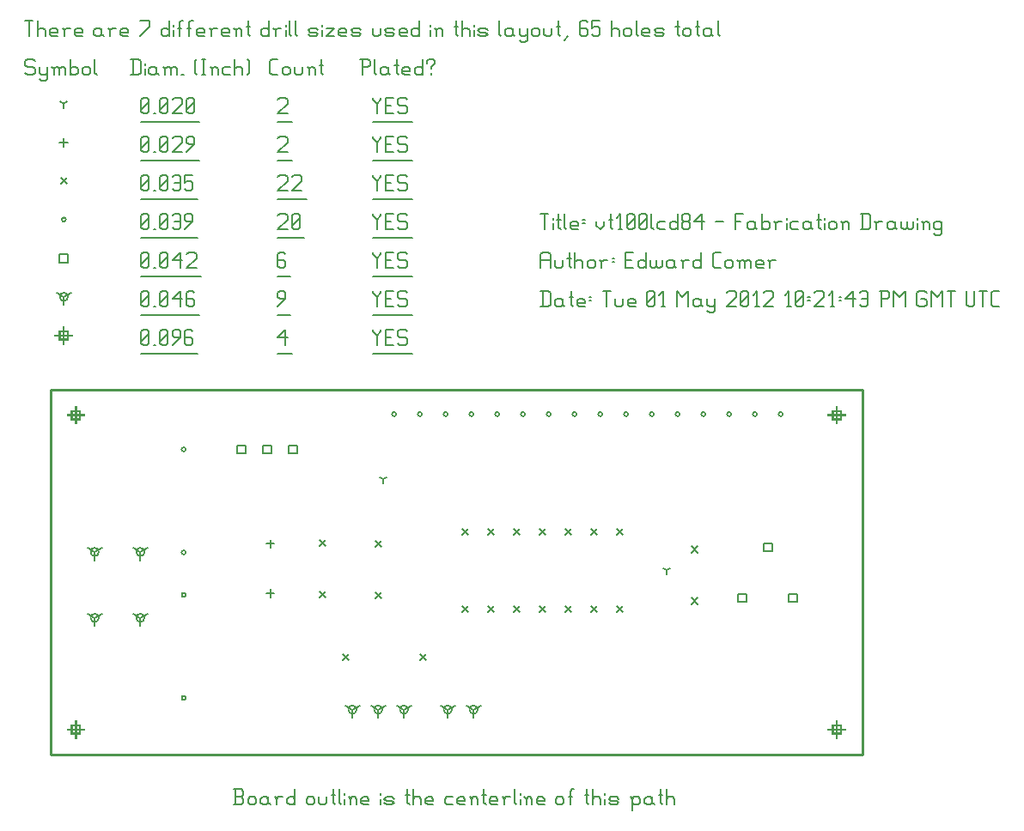
<source format=gbr>
G04 start of page 11 for group -3984 idx -3984 *
G04 Title: vt100lcd84, fab *
G04 Creator: pcb 20091103 *
G04 CreationDate: Tue 01 May 2012 10:21:43 PM GMT UTC *
G04 For: ecomer *
G04 Format: Gerber/RS-274X *
G04 PCB-Dimensions: 334646 161417 *
G04 PCB-Coordinate-Origin: lower left *
%MOIN*%
%FSLAX25Y25*%
%LNFAB*%
%ADD12C,0.0100*%
%ADD46R,0.0080X0.0080*%
%ADD47C,0.0060*%
G54D46*X314961Y22885D02*Y16485D01*
X311761Y19685D02*X318161D01*
X313361Y21285D02*X316561D01*
X313361D02*Y18085D01*
X316561D01*
Y21285D02*Y18085D01*
X314961Y144932D02*Y138532D01*
X311761Y141732D02*X318161D01*
X313361Y143332D02*X316561D01*
X313361D02*Y140132D01*
X316561D01*
Y143332D02*Y140132D01*
X19685Y144932D02*Y138532D01*
X16485Y141732D02*X22885D01*
X18085Y143332D02*X21285D01*
X18085D02*Y140132D01*
X21285D01*
Y143332D02*Y140132D01*
X19685Y22885D02*Y16485D01*
X16485Y19685D02*X22885D01*
X18085Y21285D02*X21285D01*
X18085D02*Y18085D01*
X21285D01*
Y21285D02*Y18085D01*
X15000Y175867D02*Y169467D01*
X11800Y172667D02*X18200D01*
X13400Y174267D02*X16600D01*
X13400D02*Y171067D01*
X16600D01*
Y174267D02*Y171067D01*
G54D47*X135000Y174917D02*Y174167D01*
X136500Y172667D01*
X138000Y174167D01*
Y174917D02*Y174167D01*
X136500Y172667D02*Y168917D01*
X139801Y171917D02*X142051D01*
X139801Y168917D02*X142801D01*
X139801Y174917D02*Y168917D01*
Y174917D02*X142801D01*
X147603D02*X148353Y174167D01*
X145353Y174917D02*X147603D01*
X144603Y174167D02*X145353Y174917D01*
X144603Y174167D02*Y172667D01*
X145353Y171917D01*
X147603D01*
X148353Y171167D01*
Y169667D01*
X147603Y168917D02*X148353Y169667D01*
X145353Y168917D02*X147603D01*
X144603Y169667D02*X145353Y168917D01*
X135000Y165666D02*X150154D01*
X98000Y171917D02*X101000Y174917D01*
X98000Y171917D02*X101750D01*
X101000Y174917D02*Y168917D01*
X98000Y165666D02*X103551D01*
X45000Y169667D02*X45750Y168917D01*
X45000Y174167D02*Y169667D01*
Y174167D02*X45750Y174917D01*
X47250D01*
X48000Y174167D01*
Y169667D01*
X47250Y168917D02*X48000Y169667D01*
X45750Y168917D02*X47250D01*
X45000Y170417D02*X48000Y173417D01*
X49801Y168917D02*X50551D01*
X52353Y169667D02*X53103Y168917D01*
X52353Y174167D02*Y169667D01*
Y174167D02*X53103Y174917D01*
X54603D01*
X55353Y174167D01*
Y169667D01*
X54603Y168917D02*X55353Y169667D01*
X53103Y168917D02*X54603D01*
X52353Y170417D02*X55353Y173417D01*
X57154Y168917D02*X60154Y171917D01*
Y174167D02*Y171917D01*
X59404Y174917D02*X60154Y174167D01*
X57904Y174917D02*X59404D01*
X57154Y174167D02*X57904Y174917D01*
X57154Y174167D02*Y172667D01*
X57904Y171917D01*
X60154D01*
X64206Y174917D02*X64956Y174167D01*
X62706Y174917D02*X64206D01*
X61956Y174167D02*X62706Y174917D01*
X61956Y174167D02*Y169667D01*
X62706Y168917D01*
X64206Y171917D02*X64956Y171167D01*
X61956Y171917D02*X64206D01*
X62706Y168917D02*X64206D01*
X64956Y169667D01*
Y171167D02*Y169667D01*
X45000Y165666D02*X66757D01*
X127000Y27417D02*Y24217D01*
Y27417D02*X129773Y29017D01*
X127000Y27417D02*X124227Y29017D01*
X125400Y27417D02*G75*G03X128600Y27417I1600J0D01*G01*
G75*G03X125400Y27417I-1600J0D01*G01*
X137000D02*Y24217D01*
Y27417D02*X139773Y29017D01*
X137000Y27417D02*X134227Y29017D01*
X135400Y27417D02*G75*G03X138600Y27417I1600J0D01*G01*
G75*G03X135400Y27417I-1600J0D01*G01*
X147000D02*Y24217D01*
Y27417D02*X149773Y29017D01*
X147000Y27417D02*X144227Y29017D01*
X145400Y27417D02*G75*G03X148600Y27417I1600J0D01*G01*
G75*G03X145400Y27417I-1600J0D01*G01*
X164000D02*Y24217D01*
Y27417D02*X166773Y29017D01*
X164000Y27417D02*X161227Y29017D01*
X162400Y27417D02*G75*G03X165600Y27417I1600J0D01*G01*
G75*G03X162400Y27417I-1600J0D01*G01*
X174000D02*Y24217D01*
Y27417D02*X176773Y29017D01*
X174000Y27417D02*X171227Y29017D01*
X172400Y27417D02*G75*G03X175600Y27417I1600J0D01*G01*
G75*G03X172400Y27417I-1600J0D01*G01*
X44692Y88622D02*Y85422D01*
Y88622D02*X47465Y90222D01*
X44692Y88622D02*X41919Y90222D01*
X43092Y88622D02*G75*G03X46292Y88622I1600J0D01*G01*
G75*G03X43092Y88622I-1600J0D01*G01*
X44692Y63032D02*Y59832D01*
Y63032D02*X47465Y64632D01*
X44692Y63032D02*X41919Y64632D01*
X43092Y63032D02*G75*G03X46292Y63032I1600J0D01*G01*
G75*G03X43092Y63032I-1600J0D01*G01*
X26976Y88622D02*Y85422D01*
Y88622D02*X29749Y90222D01*
X26976Y88622D02*X24203Y90222D01*
X25376Y88622D02*G75*G03X28576Y88622I1600J0D01*G01*
G75*G03X25376Y88622I-1600J0D01*G01*
X26976Y63032D02*Y59832D01*
Y63032D02*X29749Y64632D01*
X26976Y63032D02*X24203Y64632D01*
X25376Y63032D02*G75*G03X28576Y63032I1600J0D01*G01*
G75*G03X25376Y63032I-1600J0D01*G01*
X15000Y187667D02*Y184467D01*
Y187667D02*X17773Y189267D01*
X15000Y187667D02*X12227Y189267D01*
X13400Y187667D02*G75*G03X16600Y187667I1600J0D01*G01*
G75*G03X13400Y187667I-1600J0D01*G01*
X135000Y189917D02*Y189167D01*
X136500Y187667D01*
X138000Y189167D01*
Y189917D02*Y189167D01*
X136500Y187667D02*Y183917D01*
X139801Y186917D02*X142051D01*
X139801Y183917D02*X142801D01*
X139801Y189917D02*Y183917D01*
Y189917D02*X142801D01*
X147603D02*X148353Y189167D01*
X145353Y189917D02*X147603D01*
X144603Y189167D02*X145353Y189917D01*
X144603Y189167D02*Y187667D01*
X145353Y186917D01*
X147603D01*
X148353Y186167D01*
Y184667D01*
X147603Y183917D02*X148353Y184667D01*
X145353Y183917D02*X147603D01*
X144603Y184667D02*X145353Y183917D01*
X135000Y180666D02*X150154D01*
X98000Y183917D02*X101000Y186917D01*
Y189167D02*Y186917D01*
X100250Y189917D02*X101000Y189167D01*
X98750Y189917D02*X100250D01*
X98000Y189167D02*X98750Y189917D01*
X98000Y189167D02*Y187667D01*
X98750Y186917D01*
X101000D01*
X98000Y180666D02*X102801D01*
X45000Y184667D02*X45750Y183917D01*
X45000Y189167D02*Y184667D01*
Y189167D02*X45750Y189917D01*
X47250D01*
X48000Y189167D01*
Y184667D01*
X47250Y183917D02*X48000Y184667D01*
X45750Y183917D02*X47250D01*
X45000Y185417D02*X48000Y188417D01*
X49801Y183917D02*X50551D01*
X52353Y184667D02*X53103Y183917D01*
X52353Y189167D02*Y184667D01*
Y189167D02*X53103Y189917D01*
X54603D01*
X55353Y189167D01*
Y184667D01*
X54603Y183917D02*X55353Y184667D01*
X53103Y183917D02*X54603D01*
X52353Y185417D02*X55353Y188417D01*
X57154Y186917D02*X60154Y189917D01*
X57154Y186917D02*X60904D01*
X60154Y189917D02*Y183917D01*
X64956Y189917D02*X65706Y189167D01*
X63456Y189917D02*X64956D01*
X62706Y189167D02*X63456Y189917D01*
X62706Y189167D02*Y184667D01*
X63456Y183917D01*
X64956Y186917D02*X65706Y186167D01*
X62706Y186917D02*X64956D01*
X63456Y183917D02*X64956D01*
X65706Y184667D01*
Y186167D02*Y184667D01*
X45000Y180666D02*X67507D01*
X276691Y72371D02*X279891D01*
X276691D02*Y69171D01*
X279891D01*
Y72371D02*Y69171D01*
X286534Y92057D02*X289734D01*
X286534D02*Y88857D01*
X289734D01*
Y92057D02*Y88857D01*
X296377Y72371D02*X299577D01*
X296377D02*Y69171D01*
X299577D01*
Y72371D02*Y69171D01*
X92400Y130017D02*X95600D01*
X92400D02*Y126817D01*
X95600D01*
Y130017D02*Y126817D01*
X82400Y130017D02*X85600D01*
X82400D02*Y126817D01*
X85600D01*
Y130017D02*Y126817D01*
X102400Y130017D02*X105600D01*
X102400D02*Y126817D01*
X105600D01*
Y130017D02*Y126817D01*
X13400Y204267D02*X16600D01*
X13400D02*Y201067D01*
X16600D01*
Y204267D02*Y201067D01*
X135000Y204917D02*Y204167D01*
X136500Y202667D01*
X138000Y204167D01*
Y204917D02*Y204167D01*
X136500Y202667D02*Y198917D01*
X139801Y201917D02*X142051D01*
X139801Y198917D02*X142801D01*
X139801Y204917D02*Y198917D01*
Y204917D02*X142801D01*
X147603D02*X148353Y204167D01*
X145353Y204917D02*X147603D01*
X144603Y204167D02*X145353Y204917D01*
X144603Y204167D02*Y202667D01*
X145353Y201917D01*
X147603D01*
X148353Y201167D01*
Y199667D01*
X147603Y198917D02*X148353Y199667D01*
X145353Y198917D02*X147603D01*
X144603Y199667D02*X145353Y198917D01*
X135000Y195666D02*X150154D01*
X100250Y204917D02*X101000Y204167D01*
X98750Y204917D02*X100250D01*
X98000Y204167D02*X98750Y204917D01*
X98000Y204167D02*Y199667D01*
X98750Y198917D01*
X100250Y201917D02*X101000Y201167D01*
X98000Y201917D02*X100250D01*
X98750Y198917D02*X100250D01*
X101000Y199667D01*
Y201167D02*Y199667D01*
X98000Y195666D02*X102801D01*
X45000Y199667D02*X45750Y198917D01*
X45000Y204167D02*Y199667D01*
Y204167D02*X45750Y204917D01*
X47250D01*
X48000Y204167D01*
Y199667D01*
X47250Y198917D02*X48000Y199667D01*
X45750Y198917D02*X47250D01*
X45000Y200417D02*X48000Y203417D01*
X49801Y198917D02*X50551D01*
X52353Y199667D02*X53103Y198917D01*
X52353Y204167D02*Y199667D01*
Y204167D02*X53103Y204917D01*
X54603D01*
X55353Y204167D01*
Y199667D01*
X54603Y198917D02*X55353Y199667D01*
X53103Y198917D02*X54603D01*
X52353Y200417D02*X55353Y203417D01*
X57154Y201917D02*X60154Y204917D01*
X57154Y201917D02*X60904D01*
X60154Y204917D02*Y198917D01*
X62706Y204167D02*X63456Y204917D01*
X65706D01*
X66456Y204167D01*
Y202667D01*
X62706Y198917D02*X66456Y202667D01*
X62706Y198917D02*X66456D01*
X45000Y195666D02*X68257D01*
X60700Y128417D02*G75*G03X62300Y128417I800J0D01*G01*
G75*G03X60700Y128417I-800J0D01*G01*
Y88417D02*G75*G03X62300Y88417I800J0D01*G01*
G75*G03X60700Y88417I-800J0D01*G01*
Y71917D02*G75*G03X62300Y71917I800J0D01*G01*
G75*G03X60700Y71917I-800J0D01*G01*
Y31917D02*G75*G03X62300Y31917I800J0D01*G01*
G75*G03X60700Y31917I-800J0D01*G01*
X142310Y142126D02*G75*G03X143910Y142126I800J0D01*G01*
G75*G03X142310Y142126I-800J0D01*G01*
X152310D02*G75*G03X153910Y142126I800J0D01*G01*
G75*G03X152310Y142126I-800J0D01*G01*
X162310D02*G75*G03X163910Y142126I800J0D01*G01*
G75*G03X162310Y142126I-800J0D01*G01*
X172310D02*G75*G03X173910Y142126I800J0D01*G01*
G75*G03X172310Y142126I-800J0D01*G01*
X182310D02*G75*G03X183910Y142126I800J0D01*G01*
G75*G03X182310Y142126I-800J0D01*G01*
X192310D02*G75*G03X193910Y142126I800J0D01*G01*
G75*G03X192310Y142126I-800J0D01*G01*
X202310D02*G75*G03X203910Y142126I800J0D01*G01*
G75*G03X202310Y142126I-800J0D01*G01*
X212310D02*G75*G03X213910Y142126I800J0D01*G01*
G75*G03X212310Y142126I-800J0D01*G01*
X222310D02*G75*G03X223910Y142126I800J0D01*G01*
G75*G03X222310Y142126I-800J0D01*G01*
X232310D02*G75*G03X233910Y142126I800J0D01*G01*
G75*G03X232310Y142126I-800J0D01*G01*
X242310D02*G75*G03X243910Y142126I800J0D01*G01*
G75*G03X242310Y142126I-800J0D01*G01*
X252310D02*G75*G03X253910Y142126I800J0D01*G01*
G75*G03X252310Y142126I-800J0D01*G01*
X262310D02*G75*G03X263910Y142126I800J0D01*G01*
G75*G03X262310Y142126I-800J0D01*G01*
X272310D02*G75*G03X273910Y142126I800J0D01*G01*
G75*G03X272310Y142126I-800J0D01*G01*
X282310D02*G75*G03X283910Y142126I800J0D01*G01*
G75*G03X282310Y142126I-800J0D01*G01*
X292310D02*G75*G03X293910Y142126I800J0D01*G01*
G75*G03X292310Y142126I-800J0D01*G01*
X14200Y217667D02*G75*G03X15800Y217667I800J0D01*G01*
G75*G03X14200Y217667I-800J0D01*G01*
X135000Y219917D02*Y219167D01*
X136500Y217667D01*
X138000Y219167D01*
Y219917D02*Y219167D01*
X136500Y217667D02*Y213917D01*
X139801Y216917D02*X142051D01*
X139801Y213917D02*X142801D01*
X139801Y219917D02*Y213917D01*
Y219917D02*X142801D01*
X147603D02*X148353Y219167D01*
X145353Y219917D02*X147603D01*
X144603Y219167D02*X145353Y219917D01*
X144603Y219167D02*Y217667D01*
X145353Y216917D01*
X147603D01*
X148353Y216167D01*
Y214667D01*
X147603Y213917D02*X148353Y214667D01*
X145353Y213917D02*X147603D01*
X144603Y214667D02*X145353Y213917D01*
X135000Y210666D02*X150154D01*
X98000Y219167D02*X98750Y219917D01*
X101000D01*
X101750Y219167D01*
Y217667D01*
X98000Y213917D02*X101750Y217667D01*
X98000Y213917D02*X101750D01*
X103551Y214667D02*X104301Y213917D01*
X103551Y219167D02*Y214667D01*
Y219167D02*X104301Y219917D01*
X105801D01*
X106551Y219167D01*
Y214667D01*
X105801Y213917D02*X106551Y214667D01*
X104301Y213917D02*X105801D01*
X103551Y215417D02*X106551Y218417D01*
X98000Y210666D02*X108353D01*
X45000Y214667D02*X45750Y213917D01*
X45000Y219167D02*Y214667D01*
Y219167D02*X45750Y219917D01*
X47250D01*
X48000Y219167D01*
Y214667D01*
X47250Y213917D02*X48000Y214667D01*
X45750Y213917D02*X47250D01*
X45000Y215417D02*X48000Y218417D01*
X49801Y213917D02*X50551D01*
X52353Y214667D02*X53103Y213917D01*
X52353Y219167D02*Y214667D01*
Y219167D02*X53103Y219917D01*
X54603D01*
X55353Y219167D01*
Y214667D01*
X54603Y213917D02*X55353Y214667D01*
X53103Y213917D02*X54603D01*
X52353Y215417D02*X55353Y218417D01*
X57154Y219167D02*X57904Y219917D01*
X59404D01*
X60154Y219167D01*
Y214667D01*
X59404Y213917D02*X60154Y214667D01*
X57904Y213917D02*X59404D01*
X57154Y214667D02*X57904Y213917D01*
Y216917D02*X60154D01*
X61956Y213917D02*X64956Y216917D01*
Y219167D02*Y216917D01*
X64206Y219917D02*X64956Y219167D01*
X62706Y219917D02*X64206D01*
X61956Y219167D02*X62706Y219917D01*
X61956Y219167D02*Y217667D01*
X62706Y216917D01*
X64956D01*
X45000Y210666D02*X66757D01*
X229587Y97612D02*X231987Y95212D01*
X229587D02*X231987Y97612D01*
X219587D02*X221987Y95212D01*
X219587D02*X221987Y97612D01*
X209587D02*X211987Y95212D01*
X209587D02*X211987Y97612D01*
X199587D02*X201987Y95212D01*
X199587D02*X201987Y97612D01*
X189587D02*X191987Y95212D01*
X189587D02*X191987Y97612D01*
X179587D02*X181987Y95212D01*
X179587D02*X181987Y97612D01*
X169587D02*X171987Y95212D01*
X169587D02*X171987Y97612D01*
X169587Y67612D02*X171987Y65212D01*
X169587D02*X171987Y67612D01*
X179587D02*X181987Y65212D01*
X179587D02*X181987Y67612D01*
X189587D02*X191987Y65212D01*
X189587D02*X191987Y67612D01*
X199587D02*X201987Y65212D01*
X199587D02*X201987Y67612D01*
X209587D02*X211987Y65212D01*
X209587D02*X211987Y67612D01*
X219587D02*X221987Y65212D01*
X219587D02*X221987Y67612D01*
X229587D02*X231987Y65212D01*
X229587D02*X231987Y67612D01*
X258485Y90802D02*X260885Y88402D01*
X258485D02*X260885Y90802D01*
X258485Y70802D02*X260885Y68402D01*
X258485D02*X260885Y70802D01*
X114278Y93326D02*X116678Y90926D01*
X114278D02*X116678Y93326D01*
X114278Y73326D02*X116678Y70926D01*
X114278D02*X116678Y73326D01*
X135930Y93038D02*X138330Y90638D01*
X135930D02*X138330Y93038D01*
X135930Y73038D02*X138330Y70638D01*
X135930D02*X138330Y73038D01*
X123080Y49057D02*X125480Y46657D01*
X123080D02*X125480Y49057D01*
X153080D02*X155480Y46657D01*
X153080D02*X155480Y49057D01*
X13800Y233867D02*X16200Y231467D01*
X13800D02*X16200Y233867D01*
X135000Y234917D02*Y234167D01*
X136500Y232667D01*
X138000Y234167D01*
Y234917D02*Y234167D01*
X136500Y232667D02*Y228917D01*
X139801Y231917D02*X142051D01*
X139801Y228917D02*X142801D01*
X139801Y234917D02*Y228917D01*
Y234917D02*X142801D01*
X147603D02*X148353Y234167D01*
X145353Y234917D02*X147603D01*
X144603Y234167D02*X145353Y234917D01*
X144603Y234167D02*Y232667D01*
X145353Y231917D01*
X147603D01*
X148353Y231167D01*
Y229667D01*
X147603Y228917D02*X148353Y229667D01*
X145353Y228917D02*X147603D01*
X144603Y229667D02*X145353Y228917D01*
X135000Y225666D02*X150154D01*
X98000Y234167D02*X98750Y234917D01*
X101000D01*
X101750Y234167D01*
Y232667D01*
X98000Y228917D02*X101750Y232667D01*
X98000Y228917D02*X101750D01*
X103551Y234167D02*X104301Y234917D01*
X106551D01*
X107301Y234167D01*
Y232667D01*
X103551Y228917D02*X107301Y232667D01*
X103551Y228917D02*X107301D01*
X98000Y225666D02*X109103D01*
X45000Y229667D02*X45750Y228917D01*
X45000Y234167D02*Y229667D01*
Y234167D02*X45750Y234917D01*
X47250D01*
X48000Y234167D01*
Y229667D01*
X47250Y228917D02*X48000Y229667D01*
X45750Y228917D02*X47250D01*
X45000Y230417D02*X48000Y233417D01*
X49801Y228917D02*X50551D01*
X52353Y229667D02*X53103Y228917D01*
X52353Y234167D02*Y229667D01*
Y234167D02*X53103Y234917D01*
X54603D01*
X55353Y234167D01*
Y229667D01*
X54603Y228917D02*X55353Y229667D01*
X53103Y228917D02*X54603D01*
X52353Y230417D02*X55353Y233417D01*
X57154Y234167D02*X57904Y234917D01*
X59404D01*
X60154Y234167D01*
Y229667D01*
X59404Y228917D02*X60154Y229667D01*
X57904Y228917D02*X59404D01*
X57154Y229667D02*X57904Y228917D01*
Y231917D02*X60154D01*
X61956Y234917D02*X64956D01*
X61956D02*Y231917D01*
X62706Y232667D01*
X64206D01*
X64956Y231917D01*
Y229667D01*
X64206Y228917D02*X64956Y229667D01*
X62706Y228917D02*X64206D01*
X61956Y229667D02*X62706Y228917D01*
X45000Y225666D02*X66757D01*
X95083Y74171D02*Y70971D01*
X93483Y72571D02*X96683D01*
X95083Y93383D02*Y90183D01*
X93483Y91783D02*X96683D01*
X15000Y249267D02*Y246067D01*
X13400Y247667D02*X16600D01*
X135000Y249917D02*Y249167D01*
X136500Y247667D01*
X138000Y249167D01*
Y249917D02*Y249167D01*
X136500Y247667D02*Y243917D01*
X139801Y246917D02*X142051D01*
X139801Y243917D02*X142801D01*
X139801Y249917D02*Y243917D01*
Y249917D02*X142801D01*
X147603D02*X148353Y249167D01*
X145353Y249917D02*X147603D01*
X144603Y249167D02*X145353Y249917D01*
X144603Y249167D02*Y247667D01*
X145353Y246917D01*
X147603D01*
X148353Y246167D01*
Y244667D01*
X147603Y243917D02*X148353Y244667D01*
X145353Y243917D02*X147603D01*
X144603Y244667D02*X145353Y243917D01*
X135000Y240666D02*X150154D01*
X98000Y249167D02*X98750Y249917D01*
X101000D01*
X101750Y249167D01*
Y247667D01*
X98000Y243917D02*X101750Y247667D01*
X98000Y243917D02*X101750D01*
X98000Y240666D02*X103551D01*
X45000Y244667D02*X45750Y243917D01*
X45000Y249167D02*Y244667D01*
Y249167D02*X45750Y249917D01*
X47250D01*
X48000Y249167D01*
Y244667D01*
X47250Y243917D02*X48000Y244667D01*
X45750Y243917D02*X47250D01*
X45000Y245417D02*X48000Y248417D01*
X49801Y243917D02*X50551D01*
X52353Y244667D02*X53103Y243917D01*
X52353Y249167D02*Y244667D01*
Y249167D02*X53103Y249917D01*
X54603D01*
X55353Y249167D01*
Y244667D01*
X54603Y243917D02*X55353Y244667D01*
X53103Y243917D02*X54603D01*
X52353Y245417D02*X55353Y248417D01*
X57154Y249167D02*X57904Y249917D01*
X60154D01*
X60904Y249167D01*
Y247667D01*
X57154Y243917D02*X60904Y247667D01*
X57154Y243917D02*X60904D01*
X62706D02*X65706Y246917D01*
Y249167D02*Y246917D01*
X64956Y249917D02*X65706Y249167D01*
X63456Y249917D02*X64956D01*
X62706Y249167D02*X63456Y249917D01*
X62706Y249167D02*Y247667D01*
X63456Y246917D01*
X65706D01*
X45000Y240666D02*X67507D01*
X248900Y81517D02*Y79917D01*
Y81517D02*X250286Y82317D01*
X248900Y81517D02*X247514Y82317D01*
X139000Y116817D02*Y115217D01*
Y116817D02*X140386Y117617D01*
X139000Y116817D02*X137614Y117617D01*
X15000Y262667D02*Y261067D01*
Y262667D02*X16386Y263467D01*
X15000Y262667D02*X13614Y263467D01*
X135000Y264917D02*Y264167D01*
X136500Y262667D01*
X138000Y264167D01*
Y264917D02*Y264167D01*
X136500Y262667D02*Y258917D01*
X139801Y261917D02*X142051D01*
X139801Y258917D02*X142801D01*
X139801Y264917D02*Y258917D01*
Y264917D02*X142801D01*
X147603D02*X148353Y264167D01*
X145353Y264917D02*X147603D01*
X144603Y264167D02*X145353Y264917D01*
X144603Y264167D02*Y262667D01*
X145353Y261917D01*
X147603D01*
X148353Y261167D01*
Y259667D01*
X147603Y258917D02*X148353Y259667D01*
X145353Y258917D02*X147603D01*
X144603Y259667D02*X145353Y258917D01*
X135000Y255666D02*X150154D01*
X98000Y264167D02*X98750Y264917D01*
X101000D01*
X101750Y264167D01*
Y262667D01*
X98000Y258917D02*X101750Y262667D01*
X98000Y258917D02*X101750D01*
X98000Y255666D02*X103551D01*
X45000Y259667D02*X45750Y258917D01*
X45000Y264167D02*Y259667D01*
Y264167D02*X45750Y264917D01*
X47250D01*
X48000Y264167D01*
Y259667D01*
X47250Y258917D02*X48000Y259667D01*
X45750Y258917D02*X47250D01*
X45000Y260417D02*X48000Y263417D01*
X49801Y258917D02*X50551D01*
X52353Y259667D02*X53103Y258917D01*
X52353Y264167D02*Y259667D01*
Y264167D02*X53103Y264917D01*
X54603D01*
X55353Y264167D01*
Y259667D01*
X54603Y258917D02*X55353Y259667D01*
X53103Y258917D02*X54603D01*
X52353Y260417D02*X55353Y263417D01*
X57154Y264167D02*X57904Y264917D01*
X60154D01*
X60904Y264167D01*
Y262667D01*
X57154Y258917D02*X60904Y262667D01*
X57154Y258917D02*X60904D01*
X62706Y259667D02*X63456Y258917D01*
X62706Y264167D02*Y259667D01*
Y264167D02*X63456Y264917D01*
X64956D01*
X65706Y264167D01*
Y259667D01*
X64956Y258917D02*X65706Y259667D01*
X63456Y258917D02*X64956D01*
X62706Y260417D02*X65706Y263417D01*
X45000Y255666D02*X67507D01*
X3000Y279917D02*X3750Y279167D01*
X750Y279917D02*X3000D01*
X0Y279167D02*X750Y279917D01*
X0Y279167D02*Y277667D01*
X750Y276917D01*
X3000D01*
X3750Y276167D01*
Y274667D01*
X3000Y273917D02*X3750Y274667D01*
X750Y273917D02*X3000D01*
X0Y274667D02*X750Y273917D01*
X5551Y276917D02*Y274667D01*
X6301Y273917D01*
X8551Y276917D02*Y272417D01*
X7801Y271667D02*X8551Y272417D01*
X6301Y271667D02*X7801D01*
X5551Y272417D02*X6301Y271667D01*
Y273917D02*X7801D01*
X8551Y274667D01*
X11103Y276167D02*Y273917D01*
Y276167D02*X11853Y276917D01*
X12603D01*
X13353Y276167D01*
Y273917D01*
Y276167D02*X14103Y276917D01*
X14853D01*
X15603Y276167D01*
Y273917D01*
X10353Y276917D02*X11103Y276167D01*
X17404Y279917D02*Y273917D01*
Y274667D02*X18154Y273917D01*
X19654D01*
X20404Y274667D01*
Y276167D02*Y274667D01*
X19654Y276917D02*X20404Y276167D01*
X18154Y276917D02*X19654D01*
X17404Y276167D02*X18154Y276917D01*
X22206Y276167D02*Y274667D01*
Y276167D02*X22956Y276917D01*
X24456D01*
X25206Y276167D01*
Y274667D01*
X24456Y273917D02*X25206Y274667D01*
X22956Y273917D02*X24456D01*
X22206Y274667D02*X22956Y273917D01*
X27007Y279917D02*Y274667D01*
X27757Y273917D01*
X41750Y279917D02*Y273917D01*
X44000Y279917D02*X44750Y279167D01*
Y274667D01*
X44000Y273917D02*X44750Y274667D01*
X41000Y273917D02*X44000D01*
X41000Y279917D02*X44000D01*
X46551Y278417D02*Y277667D01*
Y276167D02*Y273917D01*
X50303Y276917D02*X51053Y276167D01*
X48803Y276917D02*X50303D01*
X48053Y276167D02*X48803Y276917D01*
X48053Y276167D02*Y274667D01*
X48803Y273917D01*
X51053Y276917D02*Y274667D01*
X51803Y273917D01*
X48803D02*X50303D01*
X51053Y274667D01*
X54354Y276167D02*Y273917D01*
Y276167D02*X55104Y276917D01*
X55854D01*
X56604Y276167D01*
Y273917D01*
Y276167D02*X57354Y276917D01*
X58104D01*
X58854Y276167D01*
Y273917D01*
X53604Y276917D02*X54354Y276167D01*
X60656Y273917D02*X61406D01*
X65907Y274667D02*X66657Y273917D01*
X65907Y279167D02*X66657Y279917D01*
X65907Y279167D02*Y274667D01*
X68459Y279917D02*X69959D01*
X69209D02*Y273917D01*
X68459D02*X69959D01*
X72510Y276167D02*Y273917D01*
Y276167D02*X73260Y276917D01*
X74010D01*
X74760Y276167D01*
Y273917D01*
X71760Y276917D02*X72510Y276167D01*
X77312Y276917D02*X79562D01*
X76562Y276167D02*X77312Y276917D01*
X76562Y276167D02*Y274667D01*
X77312Y273917D01*
X79562D01*
X81363Y279917D02*Y273917D01*
Y276167D02*X82113Y276917D01*
X83613D01*
X84363Y276167D01*
Y273917D01*
X86165Y279917D02*X86915Y279167D01*
Y274667D01*
X86165Y273917D02*X86915Y274667D01*
X95750Y273917D02*X98000D01*
X95000Y274667D02*X95750Y273917D01*
X95000Y279167D02*Y274667D01*
Y279167D02*X95750Y279917D01*
X98000D01*
X99801Y276167D02*Y274667D01*
Y276167D02*X100551Y276917D01*
X102051D01*
X102801Y276167D01*
Y274667D01*
X102051Y273917D02*X102801Y274667D01*
X100551Y273917D02*X102051D01*
X99801Y274667D02*X100551Y273917D01*
X104603Y276917D02*Y274667D01*
X105353Y273917D01*
X106853D01*
X107603Y274667D01*
Y276917D02*Y274667D01*
X110154Y276167D02*Y273917D01*
Y276167D02*X110904Y276917D01*
X111654D01*
X112404Y276167D01*
Y273917D01*
X109404Y276917D02*X110154Y276167D01*
X114956Y279917D02*Y274667D01*
X115706Y273917D01*
X114206Y277667D02*X115706D01*
X130750Y279917D02*Y273917D01*
X130000Y279917D02*X133000D01*
X133750Y279167D01*
Y277667D01*
X133000Y276917D02*X133750Y277667D01*
X130750Y276917D02*X133000D01*
X135551Y279917D02*Y274667D01*
X136301Y273917D01*
X140053Y276917D02*X140803Y276167D01*
X138553Y276917D02*X140053D01*
X137803Y276167D02*X138553Y276917D01*
X137803Y276167D02*Y274667D01*
X138553Y273917D01*
X140803Y276917D02*Y274667D01*
X141553Y273917D01*
X138553D02*X140053D01*
X140803Y274667D01*
X144104Y279917D02*Y274667D01*
X144854Y273917D01*
X143354Y277667D02*X144854D01*
X147106Y273917D02*X149356D01*
X146356Y274667D02*X147106Y273917D01*
X146356Y276167D02*Y274667D01*
Y276167D02*X147106Y276917D01*
X148606D01*
X149356Y276167D01*
X146356Y275417D02*X149356D01*
Y276167D02*Y275417D01*
X154157Y279917D02*Y273917D01*
X153407D02*X154157Y274667D01*
X151907Y273917D02*X153407D01*
X151157Y274667D02*X151907Y273917D01*
X151157Y276167D02*Y274667D01*
Y276167D02*X151907Y276917D01*
X153407D01*
X154157Y276167D01*
X157459Y276917D02*Y276167D01*
Y274667D02*Y273917D01*
X155959Y279167D02*Y278417D01*
Y279167D02*X156709Y279917D01*
X158209D01*
X158959Y279167D01*
Y278417D01*
X157459Y276917D02*X158959Y278417D01*
X0Y294917D02*X3000D01*
X1500D02*Y288917D01*
X4801Y294917D02*Y288917D01*
Y291167D02*X5551Y291917D01*
X7051D01*
X7801Y291167D01*
Y288917D01*
X10353D02*X12603D01*
X9603Y289667D02*X10353Y288917D01*
X9603Y291167D02*Y289667D01*
Y291167D02*X10353Y291917D01*
X11853D01*
X12603Y291167D01*
X9603Y290417D02*X12603D01*
Y291167D02*Y290417D01*
X15154Y291167D02*Y288917D01*
Y291167D02*X15904Y291917D01*
X17404D01*
X14404D02*X15154Y291167D01*
X19956Y288917D02*X22206D01*
X19206Y289667D02*X19956Y288917D01*
X19206Y291167D02*Y289667D01*
Y291167D02*X19956Y291917D01*
X21456D01*
X22206Y291167D01*
X19206Y290417D02*X22206D01*
Y291167D02*Y290417D01*
X28957Y291917D02*X29707Y291167D01*
X27457Y291917D02*X28957D01*
X26707Y291167D02*X27457Y291917D01*
X26707Y291167D02*Y289667D01*
X27457Y288917D01*
X29707Y291917D02*Y289667D01*
X30457Y288917D01*
X27457D02*X28957D01*
X29707Y289667D01*
X33009Y291167D02*Y288917D01*
Y291167D02*X33759Y291917D01*
X35259D01*
X32259D02*X33009Y291167D01*
X37810Y288917D02*X40060D01*
X37060Y289667D02*X37810Y288917D01*
X37060Y291167D02*Y289667D01*
Y291167D02*X37810Y291917D01*
X39310D01*
X40060Y291167D01*
X37060Y290417D02*X40060D01*
Y291167D02*Y290417D01*
X44562Y288917D02*X48312Y292667D01*
Y294917D02*Y292667D01*
X44562Y294917D02*X48312D01*
X55813D02*Y288917D01*
X55063D02*X55813Y289667D01*
X53563Y288917D02*X55063D01*
X52813Y289667D02*X53563Y288917D01*
X52813Y291167D02*Y289667D01*
Y291167D02*X53563Y291917D01*
X55063D01*
X55813Y291167D01*
X57615Y293417D02*Y292667D01*
Y291167D02*Y288917D01*
X59866Y294167D02*Y288917D01*
Y294167D02*X60616Y294917D01*
X61366D01*
X59116Y291917D02*X60616D01*
X63618Y294167D02*Y288917D01*
Y294167D02*X64368Y294917D01*
X65118D01*
X62868Y291917D02*X64368D01*
X67369Y288917D02*X69619D01*
X66619Y289667D02*X67369Y288917D01*
X66619Y291167D02*Y289667D01*
Y291167D02*X67369Y291917D01*
X68869D01*
X69619Y291167D01*
X66619Y290417D02*X69619D01*
Y291167D02*Y290417D01*
X72171Y291167D02*Y288917D01*
Y291167D02*X72921Y291917D01*
X74421D01*
X71421D02*X72171Y291167D01*
X76972Y288917D02*X79222D01*
X76222Y289667D02*X76972Y288917D01*
X76222Y291167D02*Y289667D01*
Y291167D02*X76972Y291917D01*
X78472D01*
X79222Y291167D01*
X76222Y290417D02*X79222D01*
Y291167D02*Y290417D01*
X81774Y291167D02*Y288917D01*
Y291167D02*X82524Y291917D01*
X83274D01*
X84024Y291167D01*
Y288917D01*
X81024Y291917D02*X81774Y291167D01*
X86575Y294917D02*Y289667D01*
X87325Y288917D01*
X85825Y292667D02*X87325D01*
X94527Y294917D02*Y288917D01*
X93777D02*X94527Y289667D01*
X92277Y288917D02*X93777D01*
X91527Y289667D02*X92277Y288917D01*
X91527Y291167D02*Y289667D01*
Y291167D02*X92277Y291917D01*
X93777D01*
X94527Y291167D01*
X97078D02*Y288917D01*
Y291167D02*X97828Y291917D01*
X99328D01*
X96328D02*X97078Y291167D01*
X101130Y293417D02*Y292667D01*
Y291167D02*Y288917D01*
X102631Y294917D02*Y289667D01*
X103381Y288917D01*
X104883Y294917D02*Y289667D01*
X105633Y288917D01*
X110584D02*X112834D01*
X113584Y289667D01*
X112834Y290417D02*X113584Y289667D01*
X110584Y290417D02*X112834D01*
X109834Y291167D02*X110584Y290417D01*
X109834Y291167D02*X110584Y291917D01*
X112834D01*
X113584Y291167D01*
X109834Y289667D02*X110584Y288917D01*
X115386Y293417D02*Y292667D01*
Y291167D02*Y288917D01*
X116887Y291917D02*X119887D01*
X116887Y288917D02*X119887Y291917D01*
X116887Y288917D02*X119887D01*
X122439D02*X124689D01*
X121689Y289667D02*X122439Y288917D01*
X121689Y291167D02*Y289667D01*
Y291167D02*X122439Y291917D01*
X123939D01*
X124689Y291167D01*
X121689Y290417D02*X124689D01*
Y291167D02*Y290417D01*
X127240Y288917D02*X129490D01*
X130240Y289667D01*
X129490Y290417D02*X130240Y289667D01*
X127240Y290417D02*X129490D01*
X126490Y291167D02*X127240Y290417D01*
X126490Y291167D02*X127240Y291917D01*
X129490D01*
X130240Y291167D01*
X126490Y289667D02*X127240Y288917D01*
X134742Y291917D02*Y289667D01*
X135492Y288917D01*
X136992D01*
X137742Y289667D01*
Y291917D02*Y289667D01*
X140293Y288917D02*X142543D01*
X143293Y289667D01*
X142543Y290417D02*X143293Y289667D01*
X140293Y290417D02*X142543D01*
X139543Y291167D02*X140293Y290417D01*
X139543Y291167D02*X140293Y291917D01*
X142543D01*
X143293Y291167D01*
X139543Y289667D02*X140293Y288917D01*
X145845D02*X148095D01*
X145095Y289667D02*X145845Y288917D01*
X145095Y291167D02*Y289667D01*
Y291167D02*X145845Y291917D01*
X147345D01*
X148095Y291167D01*
X145095Y290417D02*X148095D01*
Y291167D02*Y290417D01*
X152896Y294917D02*Y288917D01*
X152146D02*X152896Y289667D01*
X150646Y288917D02*X152146D01*
X149896Y289667D02*X150646Y288917D01*
X149896Y291167D02*Y289667D01*
Y291167D02*X150646Y291917D01*
X152146D01*
X152896Y291167D01*
X157398Y293417D02*Y292667D01*
Y291167D02*Y288917D01*
X159649Y291167D02*Y288917D01*
Y291167D02*X160399Y291917D01*
X161149D01*
X161899Y291167D01*
Y288917D01*
X158899Y291917D02*X159649Y291167D01*
X167151Y294917D02*Y289667D01*
X167901Y288917D01*
X166401Y292667D02*X167901D01*
X169402Y294917D02*Y288917D01*
Y291167D02*X170152Y291917D01*
X171652D01*
X172402Y291167D01*
Y288917D01*
X174204Y293417D02*Y292667D01*
Y291167D02*Y288917D01*
X176455D02*X178705D01*
X179455Y289667D01*
X178705Y290417D02*X179455Y289667D01*
X176455Y290417D02*X178705D01*
X175705Y291167D02*X176455Y290417D01*
X175705Y291167D02*X176455Y291917D01*
X178705D01*
X179455Y291167D01*
X175705Y289667D02*X176455Y288917D01*
X183957Y294917D02*Y289667D01*
X184707Y288917D01*
X188458Y291917D02*X189208Y291167D01*
X186958Y291917D02*X188458D01*
X186208Y291167D02*X186958Y291917D01*
X186208Y291167D02*Y289667D01*
X186958Y288917D01*
X189208Y291917D02*Y289667D01*
X189958Y288917D01*
X186958D02*X188458D01*
X189208Y289667D01*
X191760Y291917D02*Y289667D01*
X192510Y288917D01*
X194760Y291917D02*Y287417D01*
X194010Y286667D02*X194760Y287417D01*
X192510Y286667D02*X194010D01*
X191760Y287417D02*X192510Y286667D01*
Y288917D02*X194010D01*
X194760Y289667D01*
X196561Y291167D02*Y289667D01*
Y291167D02*X197311Y291917D01*
X198811D01*
X199561Y291167D01*
Y289667D01*
X198811Y288917D02*X199561Y289667D01*
X197311Y288917D02*X198811D01*
X196561Y289667D02*X197311Y288917D01*
X201363Y291917D02*Y289667D01*
X202113Y288917D01*
X203613D01*
X204363Y289667D01*
Y291917D02*Y289667D01*
X206914Y294917D02*Y289667D01*
X207664Y288917D01*
X206164Y292667D02*X207664D01*
X209166Y287417D02*X210666Y288917D01*
X217417Y294917D02*X218167Y294167D01*
X215917Y294917D02*X217417D01*
X215167Y294167D02*X215917Y294917D01*
X215167Y294167D02*Y289667D01*
X215917Y288917D01*
X217417Y291917D02*X218167Y291167D01*
X215167Y291917D02*X217417D01*
X215917Y288917D02*X217417D01*
X218167Y289667D01*
Y291167D02*Y289667D01*
X219969Y294917D02*X222969D01*
X219969D02*Y291917D01*
X220719Y292667D01*
X222219D01*
X222969Y291917D01*
Y289667D01*
X222219Y288917D02*X222969Y289667D01*
X220719Y288917D02*X222219D01*
X219969Y289667D02*X220719Y288917D01*
X227470Y294917D02*Y288917D01*
Y291167D02*X228220Y291917D01*
X229720D01*
X230470Y291167D01*
Y288917D01*
X232272Y291167D02*Y289667D01*
Y291167D02*X233022Y291917D01*
X234522D01*
X235272Y291167D01*
Y289667D01*
X234522Y288917D02*X235272Y289667D01*
X233022Y288917D02*X234522D01*
X232272Y289667D02*X233022Y288917D01*
X237073Y294917D02*Y289667D01*
X237823Y288917D01*
X240075D02*X242325D01*
X239325Y289667D02*X240075Y288917D01*
X239325Y291167D02*Y289667D01*
Y291167D02*X240075Y291917D01*
X241575D01*
X242325Y291167D01*
X239325Y290417D02*X242325D01*
Y291167D02*Y290417D01*
X244876Y288917D02*X247126D01*
X247876Y289667D01*
X247126Y290417D02*X247876Y289667D01*
X244876Y290417D02*X247126D01*
X244126Y291167D02*X244876Y290417D01*
X244126Y291167D02*X244876Y291917D01*
X247126D01*
X247876Y291167D01*
X244126Y289667D02*X244876Y288917D01*
X253128Y294917D02*Y289667D01*
X253878Y288917D01*
X252378Y292667D02*X253878D01*
X255379Y291167D02*Y289667D01*
Y291167D02*X256129Y291917D01*
X257629D01*
X258379Y291167D01*
Y289667D01*
X257629Y288917D02*X258379Y289667D01*
X256129Y288917D02*X257629D01*
X255379Y289667D02*X256129Y288917D01*
X260931Y294917D02*Y289667D01*
X261681Y288917D01*
X260181Y292667D02*X261681D01*
X265432Y291917D02*X266182Y291167D01*
X263932Y291917D02*X265432D01*
X263182Y291167D02*X263932Y291917D01*
X263182Y291167D02*Y289667D01*
X263932Y288917D01*
X266182Y291917D02*Y289667D01*
X266932Y288917D01*
X263932D02*X265432D01*
X266182Y289667D01*
X268734Y294917D02*Y289667D01*
X269484Y288917D01*
G54D12*X324803Y9842D02*Y151574D01*
X9843Y9842D02*X324803D01*
X9843Y151574D02*Y9842D01*
Y151574D02*X324803D01*
G54D47*X80971Y-9500D02*X83971D01*
X84721Y-8750D01*
Y-7250D02*Y-8750D01*
X83971Y-6500D02*X84721Y-7250D01*
X81721Y-6500D02*X83971D01*
X81721Y-3500D02*Y-9500D01*
X80971Y-3500D02*X83971D01*
X84721Y-4250D01*
Y-5750D01*
X83971Y-6500D02*X84721Y-5750D01*
X86522Y-7250D02*Y-8750D01*
Y-7250D02*X87272Y-6500D01*
X88772D01*
X89522Y-7250D01*
Y-8750D01*
X88772Y-9500D02*X89522Y-8750D01*
X87272Y-9500D02*X88772D01*
X86522Y-8750D02*X87272Y-9500D01*
X93574Y-6500D02*X94324Y-7250D01*
X92074Y-6500D02*X93574D01*
X91324Y-7250D02*X92074Y-6500D01*
X91324Y-7250D02*Y-8750D01*
X92074Y-9500D01*
X94324Y-6500D02*Y-8750D01*
X95074Y-9500D01*
X92074D02*X93574D01*
X94324Y-8750D01*
X97625Y-7250D02*Y-9500D01*
Y-7250D02*X98375Y-6500D01*
X99875D01*
X96875D02*X97625Y-7250D01*
X104677Y-3500D02*Y-9500D01*
X103927D02*X104677Y-8750D01*
X102427Y-9500D02*X103927D01*
X101677Y-8750D02*X102427Y-9500D01*
X101677Y-7250D02*Y-8750D01*
Y-7250D02*X102427Y-6500D01*
X103927D01*
X104677Y-7250D01*
X109178D02*Y-8750D01*
Y-7250D02*X109928Y-6500D01*
X111428D01*
X112178Y-7250D01*
Y-8750D01*
X111428Y-9500D02*X112178Y-8750D01*
X109928Y-9500D02*X111428D01*
X109178Y-8750D02*X109928Y-9500D01*
X113980Y-6500D02*Y-8750D01*
X114730Y-9500D01*
X116230D01*
X116980Y-8750D01*
Y-6500D02*Y-8750D01*
X119531Y-3500D02*Y-8750D01*
X120281Y-9500D01*
X118781Y-5750D02*X120281D01*
X121783Y-3500D02*Y-8750D01*
X122533Y-9500D01*
X124034Y-5000D02*Y-5750D01*
Y-7250D02*Y-9500D01*
X126286Y-7250D02*Y-9500D01*
Y-7250D02*X127036Y-6500D01*
X127786D01*
X128536Y-7250D01*
Y-9500D01*
X125536Y-6500D02*X126286Y-7250D01*
X131087Y-9500D02*X133337D01*
X130337Y-8750D02*X131087Y-9500D01*
X130337Y-7250D02*Y-8750D01*
Y-7250D02*X131087Y-6500D01*
X132587D01*
X133337Y-7250D01*
X130337Y-8000D02*X133337D01*
Y-7250D02*Y-8000D01*
X137839Y-5000D02*Y-5750D01*
Y-7250D02*Y-9500D01*
X140090D02*X142340D01*
X143090Y-8750D01*
X142340Y-8000D02*X143090Y-8750D01*
X140090Y-8000D02*X142340D01*
X139340Y-7250D02*X140090Y-8000D01*
X139340Y-7250D02*X140090Y-6500D01*
X142340D01*
X143090Y-7250D01*
X139340Y-8750D02*X140090Y-9500D01*
X148342Y-3500D02*Y-8750D01*
X149092Y-9500D01*
X147592Y-5750D02*X149092D01*
X150593Y-3500D02*Y-9500D01*
Y-7250D02*X151343Y-6500D01*
X152843D01*
X153593Y-7250D01*
Y-9500D01*
X156145D02*X158395D01*
X155395Y-8750D02*X156145Y-9500D01*
X155395Y-7250D02*Y-8750D01*
Y-7250D02*X156145Y-6500D01*
X157645D01*
X158395Y-7250D01*
X155395Y-8000D02*X158395D01*
Y-7250D02*Y-8000D01*
X163646Y-6500D02*X165896D01*
X162896Y-7250D02*X163646Y-6500D01*
X162896Y-7250D02*Y-8750D01*
X163646Y-9500D01*
X165896D01*
X168448D02*X170698D01*
X167698Y-8750D02*X168448Y-9500D01*
X167698Y-7250D02*Y-8750D01*
Y-7250D02*X168448Y-6500D01*
X169948D01*
X170698Y-7250D01*
X167698Y-8000D02*X170698D01*
Y-7250D02*Y-8000D01*
X173249Y-7250D02*Y-9500D01*
Y-7250D02*X173999Y-6500D01*
X174749D01*
X175499Y-7250D01*
Y-9500D01*
X172499Y-6500D02*X173249Y-7250D01*
X178051Y-3500D02*Y-8750D01*
X178801Y-9500D01*
X177301Y-5750D02*X178801D01*
X181052Y-9500D02*X183302D01*
X180302Y-8750D02*X181052Y-9500D01*
X180302Y-7250D02*Y-8750D01*
Y-7250D02*X181052Y-6500D01*
X182552D01*
X183302Y-7250D01*
X180302Y-8000D02*X183302D01*
Y-7250D02*Y-8000D01*
X185854Y-7250D02*Y-9500D01*
Y-7250D02*X186604Y-6500D01*
X188104D01*
X185104D02*X185854Y-7250D01*
X189905Y-3500D02*Y-8750D01*
X190655Y-9500D01*
X192157Y-5000D02*Y-5750D01*
Y-7250D02*Y-9500D01*
X194408Y-7250D02*Y-9500D01*
Y-7250D02*X195158Y-6500D01*
X195908D01*
X196658Y-7250D01*
Y-9500D01*
X193658Y-6500D02*X194408Y-7250D01*
X199210Y-9500D02*X201460D01*
X198460Y-8750D02*X199210Y-9500D01*
X198460Y-7250D02*Y-8750D01*
Y-7250D02*X199210Y-6500D01*
X200710D01*
X201460Y-7250D01*
X198460Y-8000D02*X201460D01*
Y-7250D02*Y-8000D01*
X205961Y-7250D02*Y-8750D01*
Y-7250D02*X206711Y-6500D01*
X208211D01*
X208961Y-7250D01*
Y-8750D01*
X208211Y-9500D02*X208961Y-8750D01*
X206711Y-9500D02*X208211D01*
X205961Y-8750D02*X206711Y-9500D01*
X211513Y-4250D02*Y-9500D01*
Y-4250D02*X212263Y-3500D01*
X213013D01*
X210763Y-6500D02*X212263D01*
X217964Y-3500D02*Y-8750D01*
X218714Y-9500D01*
X217214Y-5750D02*X218714D01*
X220216Y-3500D02*Y-9500D01*
Y-7250D02*X220966Y-6500D01*
X222466D01*
X223216Y-7250D01*
Y-9500D01*
X225017Y-5000D02*Y-5750D01*
Y-7250D02*Y-9500D01*
X227269D02*X229519D01*
X230269Y-8750D01*
X229519Y-8000D02*X230269Y-8750D01*
X227269Y-8000D02*X229519D01*
X226519Y-7250D02*X227269Y-8000D01*
X226519Y-7250D02*X227269Y-6500D01*
X229519D01*
X230269Y-7250D01*
X226519Y-8750D02*X227269Y-9500D01*
X235520Y-7250D02*Y-11750D01*
X234770Y-6500D02*X235520Y-7250D01*
X236270Y-6500D01*
X237770D01*
X238520Y-7250D01*
Y-8750D01*
X237770Y-9500D02*X238520Y-8750D01*
X236270Y-9500D02*X237770D01*
X235520Y-8750D02*X236270Y-9500D01*
X242572Y-6500D02*X243322Y-7250D01*
X241072Y-6500D02*X242572D01*
X240322Y-7250D02*X241072Y-6500D01*
X240322Y-7250D02*Y-8750D01*
X241072Y-9500D01*
X243322Y-6500D02*Y-8750D01*
X244072Y-9500D01*
X241072D02*X242572D01*
X243322Y-8750D01*
X246623Y-3500D02*Y-8750D01*
X247373Y-9500D01*
X245873Y-5750D02*X247373D01*
X248875Y-3500D02*Y-9500D01*
Y-7250D02*X249625Y-6500D01*
X251125D01*
X251875Y-7250D01*
Y-9500D01*
X200750Y189917D02*Y183917D01*
X203000Y189917D02*X203750Y189167D01*
Y184667D01*
X203000Y183917D02*X203750Y184667D01*
X200000Y183917D02*X203000D01*
X200000Y189917D02*X203000D01*
X207801Y186917D02*X208551Y186167D01*
X206301Y186917D02*X207801D01*
X205551Y186167D02*X206301Y186917D01*
X205551Y186167D02*Y184667D01*
X206301Y183917D01*
X208551Y186917D02*Y184667D01*
X209301Y183917D01*
X206301D02*X207801D01*
X208551Y184667D01*
X211853Y189917D02*Y184667D01*
X212603Y183917D01*
X211103Y187667D02*X212603D01*
X214854Y183917D02*X217104D01*
X214104Y184667D02*X214854Y183917D01*
X214104Y186167D02*Y184667D01*
Y186167D02*X214854Y186917D01*
X216354D01*
X217104Y186167D01*
X214104Y185417D02*X217104D01*
Y186167D02*Y185417D01*
X218906Y187667D02*X219656D01*
X218906Y186167D02*X219656D01*
X224157Y189917D02*X227157D01*
X225657D02*Y183917D01*
X228959Y186917D02*Y184667D01*
X229709Y183917D01*
X231209D01*
X231959Y184667D01*
Y186917D02*Y184667D01*
X234510Y183917D02*X236760D01*
X233760Y184667D02*X234510Y183917D01*
X233760Y186167D02*Y184667D01*
Y186167D02*X234510Y186917D01*
X236010D01*
X236760Y186167D01*
X233760Y185417D02*X236760D01*
Y186167D02*Y185417D01*
X241262Y184667D02*X242012Y183917D01*
X241262Y189167D02*Y184667D01*
Y189167D02*X242012Y189917D01*
X243512D01*
X244262Y189167D01*
Y184667D01*
X243512Y183917D02*X244262Y184667D01*
X242012Y183917D02*X243512D01*
X241262Y185417D02*X244262Y188417D01*
X246813Y183917D02*X248313D01*
X247563Y189917D02*Y183917D01*
X246063Y188417D02*X247563Y189917D01*
X252815D02*Y183917D01*
Y189917D02*X255065Y187667D01*
X257315Y189917D01*
Y183917D01*
X261366Y186917D02*X262116Y186167D01*
X259866Y186917D02*X261366D01*
X259116Y186167D02*X259866Y186917D01*
X259116Y186167D02*Y184667D01*
X259866Y183917D01*
X262116Y186917D02*Y184667D01*
X262866Y183917D01*
X259866D02*X261366D01*
X262116Y184667D01*
X264668Y186917D02*Y184667D01*
X265418Y183917D01*
X267668Y186917D02*Y182417D01*
X266918Y181667D02*X267668Y182417D01*
X265418Y181667D02*X266918D01*
X264668Y182417D02*X265418Y181667D01*
Y183917D02*X266918D01*
X267668Y184667D01*
X272169Y189167D02*X272919Y189917D01*
X275169D01*
X275919Y189167D01*
Y187667D01*
X272169Y183917D02*X275919Y187667D01*
X272169Y183917D02*X275919D01*
X277721Y184667D02*X278471Y183917D01*
X277721Y189167D02*Y184667D01*
Y189167D02*X278471Y189917D01*
X279971D01*
X280721Y189167D01*
Y184667D01*
X279971Y183917D02*X280721Y184667D01*
X278471Y183917D02*X279971D01*
X277721Y185417D02*X280721Y188417D01*
X283272Y183917D02*X284772D01*
X284022Y189917D02*Y183917D01*
X282522Y188417D02*X284022Y189917D01*
X286574Y189167D02*X287324Y189917D01*
X289574D01*
X290324Y189167D01*
Y187667D01*
X286574Y183917D02*X290324Y187667D01*
X286574Y183917D02*X290324D01*
X295575D02*X297075D01*
X296325Y189917D02*Y183917D01*
X294825Y188417D02*X296325Y189917D01*
X298877Y184667D02*X299627Y183917D01*
X298877Y189167D02*Y184667D01*
Y189167D02*X299627Y189917D01*
X301127D01*
X301877Y189167D01*
Y184667D01*
X301127Y183917D02*X301877Y184667D01*
X299627Y183917D02*X301127D01*
X298877Y185417D02*X301877Y188417D01*
X303678Y187667D02*X304428D01*
X303678Y186167D02*X304428D01*
X306230Y189167D02*X306980Y189917D01*
X309230D01*
X309980Y189167D01*
Y187667D01*
X306230Y183917D02*X309980Y187667D01*
X306230Y183917D02*X309980D01*
X312531D02*X314031D01*
X313281Y189917D02*Y183917D01*
X311781Y188417D02*X313281Y189917D01*
X315833Y187667D02*X316583D01*
X315833Y186167D02*X316583D01*
X318384Y186917D02*X321384Y189917D01*
X318384Y186917D02*X322134D01*
X321384Y189917D02*Y183917D01*
X323936Y189167D02*X324686Y189917D01*
X326186D01*
X326936Y189167D01*
Y184667D01*
X326186Y183917D02*X326936Y184667D01*
X324686Y183917D02*X326186D01*
X323936Y184667D02*X324686Y183917D01*
Y186917D02*X326936D01*
X332187Y189917D02*Y183917D01*
X331437Y189917D02*X334437D01*
X335187Y189167D01*
Y187667D01*
X334437Y186917D02*X335187Y187667D01*
X332187Y186917D02*X334437D01*
X336989Y189917D02*Y183917D01*
Y189917D02*X339239Y187667D01*
X341489Y189917D01*
Y183917D01*
X348990Y189917D02*X349740Y189167D01*
X346740Y189917D02*X348990D01*
X345990Y189167D02*X346740Y189917D01*
X345990Y189167D02*Y184667D01*
X346740Y183917D01*
X348990D01*
X349740Y184667D01*
Y186167D02*Y184667D01*
X348990Y186917D02*X349740Y186167D01*
X347490Y186917D02*X348990D01*
X351542Y189917D02*Y183917D01*
Y189917D02*X353792Y187667D01*
X356042Y189917D01*
Y183917D01*
X357843Y189917D02*X360843D01*
X359343D02*Y183917D01*
X365345Y189917D02*Y184667D01*
X366095Y183917D01*
X367595D01*
X368345Y184667D01*
Y189917D02*Y184667D01*
X370146Y189917D02*X373146D01*
X371646D02*Y183917D01*
X375698D02*X377948D01*
X374948Y184667D02*X375698Y183917D01*
X374948Y189167D02*Y184667D01*
Y189167D02*X375698Y189917D01*
X377948D01*
X200000Y204167D02*Y198917D01*
Y204167D02*X200750Y204917D01*
X203000D01*
X203750Y204167D01*
Y198917D01*
X200000Y201917D02*X203750D01*
X205551D02*Y199667D01*
X206301Y198917D01*
X207801D01*
X208551Y199667D01*
Y201917D02*Y199667D01*
X211103Y204917D02*Y199667D01*
X211853Y198917D01*
X210353Y202667D02*X211853D01*
X213354Y204917D02*Y198917D01*
Y201167D02*X214104Y201917D01*
X215604D01*
X216354Y201167D01*
Y198917D01*
X218156Y201167D02*Y199667D01*
Y201167D02*X218906Y201917D01*
X220406D01*
X221156Y201167D01*
Y199667D01*
X220406Y198917D02*X221156Y199667D01*
X218906Y198917D02*X220406D01*
X218156Y199667D02*X218906Y198917D01*
X223707Y201167D02*Y198917D01*
Y201167D02*X224457Y201917D01*
X225957D01*
X222957D02*X223707Y201167D01*
X227759Y202667D02*X228509D01*
X227759Y201167D02*X228509D01*
X233010Y201917D02*X235260D01*
X233010Y198917D02*X236010D01*
X233010Y204917D02*Y198917D01*
Y204917D02*X236010D01*
X240812D02*Y198917D01*
X240062D02*X240812Y199667D01*
X238562Y198917D02*X240062D01*
X237812Y199667D02*X238562Y198917D01*
X237812Y201167D02*Y199667D01*
Y201167D02*X238562Y201917D01*
X240062D01*
X240812Y201167D01*
X242613Y201917D02*Y199667D01*
X243363Y198917D01*
X244113D01*
X244863Y199667D01*
Y201917D02*Y199667D01*
X245613Y198917D01*
X246363D01*
X247113Y199667D01*
Y201917D02*Y199667D01*
X251165Y201917D02*X251915Y201167D01*
X249665Y201917D02*X251165D01*
X248915Y201167D02*X249665Y201917D01*
X248915Y201167D02*Y199667D01*
X249665Y198917D01*
X251915Y201917D02*Y199667D01*
X252665Y198917D01*
X249665D02*X251165D01*
X251915Y199667D01*
X255216Y201167D02*Y198917D01*
Y201167D02*X255966Y201917D01*
X257466D01*
X254466D02*X255216Y201167D01*
X262268Y204917D02*Y198917D01*
X261518D02*X262268Y199667D01*
X260018Y198917D02*X261518D01*
X259268Y199667D02*X260018Y198917D01*
X259268Y201167D02*Y199667D01*
Y201167D02*X260018Y201917D01*
X261518D01*
X262268Y201167D01*
X267519Y198917D02*X269769D01*
X266769Y199667D02*X267519Y198917D01*
X266769Y204167D02*Y199667D01*
Y204167D02*X267519Y204917D01*
X269769D01*
X271571Y201167D02*Y199667D01*
Y201167D02*X272321Y201917D01*
X273821D01*
X274571Y201167D01*
Y199667D01*
X273821Y198917D02*X274571Y199667D01*
X272321Y198917D02*X273821D01*
X271571Y199667D02*X272321Y198917D01*
X277122Y201167D02*Y198917D01*
Y201167D02*X277872Y201917D01*
X278622D01*
X279372Y201167D01*
Y198917D01*
Y201167D02*X280122Y201917D01*
X280872D01*
X281622Y201167D01*
Y198917D01*
X276372Y201917D02*X277122Y201167D01*
X284174Y198917D02*X286424D01*
X283424Y199667D02*X284174Y198917D01*
X283424Y201167D02*Y199667D01*
Y201167D02*X284174Y201917D01*
X285674D01*
X286424Y201167D01*
X283424Y200417D02*X286424D01*
Y201167D02*Y200417D01*
X288975Y201167D02*Y198917D01*
Y201167D02*X289725Y201917D01*
X291225D01*
X288225D02*X288975Y201167D01*
X200000Y219917D02*X203000D01*
X201500D02*Y213917D01*
X204801Y218417D02*Y217667D01*
Y216167D02*Y213917D01*
X207053Y219917D02*Y214667D01*
X207803Y213917D01*
X206303Y217667D02*X207803D01*
X209304Y219917D02*Y214667D01*
X210054Y213917D01*
X212306D02*X214556D01*
X211556Y214667D02*X212306Y213917D01*
X211556Y216167D02*Y214667D01*
Y216167D02*X212306Y216917D01*
X213806D01*
X214556Y216167D01*
X211556Y215417D02*X214556D01*
Y216167D02*Y215417D01*
X216357Y217667D02*X217107D01*
X216357Y216167D02*X217107D01*
X221609Y216917D02*Y215417D01*
X223109Y213917D01*
X224609Y215417D01*
Y216917D02*Y215417D01*
X227160Y219917D02*Y214667D01*
X227910Y213917D01*
X226410Y217667D02*X227910D01*
X230162Y213917D02*X231662D01*
X230912Y219917D02*Y213917D01*
X229412Y218417D02*X230912Y219917D01*
X233463Y214667D02*X234213Y213917D01*
X233463Y219167D02*Y214667D01*
Y219167D02*X234213Y219917D01*
X235713D01*
X236463Y219167D01*
Y214667D01*
X235713Y213917D02*X236463Y214667D01*
X234213Y213917D02*X235713D01*
X233463Y215417D02*X236463Y218417D01*
X238265Y214667D02*X239015Y213917D01*
X238265Y219167D02*Y214667D01*
Y219167D02*X239015Y219917D01*
X240515D01*
X241265Y219167D01*
Y214667D01*
X240515Y213917D02*X241265Y214667D01*
X239015Y213917D02*X240515D01*
X238265Y215417D02*X241265Y218417D01*
X243066Y219917D02*Y214667D01*
X243816Y213917D01*
X246068Y216917D02*X248318D01*
X245318Y216167D02*X246068Y216917D01*
X245318Y216167D02*Y214667D01*
X246068Y213917D01*
X248318D01*
X253119Y219917D02*Y213917D01*
X252369D02*X253119Y214667D01*
X250869Y213917D02*X252369D01*
X250119Y214667D02*X250869Y213917D01*
X250119Y216167D02*Y214667D01*
Y216167D02*X250869Y216917D01*
X252369D01*
X253119Y216167D01*
X254921Y214667D02*X255671Y213917D01*
X254921Y216167D02*Y214667D01*
Y216167D02*X255671Y216917D01*
X257171D01*
X257921Y216167D01*
Y214667D01*
X257171Y213917D02*X257921Y214667D01*
X255671Y213917D02*X257171D01*
X254921Y217667D02*X255671Y216917D01*
X254921Y219167D02*Y217667D01*
Y219167D02*X255671Y219917D01*
X257171D01*
X257921Y219167D01*
Y217667D01*
X257171Y216917D02*X257921Y217667D01*
X259722Y216917D02*X262722Y219917D01*
X259722Y216917D02*X263472D01*
X262722Y219917D02*Y213917D01*
X267974Y216917D02*X270974D01*
X275475Y219917D02*Y213917D01*
Y219917D02*X278475D01*
X275475Y216917D02*X277725D01*
X282527D02*X283277Y216167D01*
X281027Y216917D02*X282527D01*
X280277Y216167D02*X281027Y216917D01*
X280277Y216167D02*Y214667D01*
X281027Y213917D01*
X283277Y216917D02*Y214667D01*
X284027Y213917D01*
X281027D02*X282527D01*
X283277Y214667D01*
X285828Y219917D02*Y213917D01*
Y214667D02*X286578Y213917D01*
X288078D01*
X288828Y214667D01*
Y216167D02*Y214667D01*
X288078Y216917D02*X288828Y216167D01*
X286578Y216917D02*X288078D01*
X285828Y216167D02*X286578Y216917D01*
X291380Y216167D02*Y213917D01*
Y216167D02*X292130Y216917D01*
X293630D01*
X290630D02*X291380Y216167D01*
X295431Y218417D02*Y217667D01*
Y216167D02*Y213917D01*
X297683Y216917D02*X299933D01*
X296933Y216167D02*X297683Y216917D01*
X296933Y216167D02*Y214667D01*
X297683Y213917D01*
X299933D01*
X303984Y216917D02*X304734Y216167D01*
X302484Y216917D02*X303984D01*
X301734Y216167D02*X302484Y216917D01*
X301734Y216167D02*Y214667D01*
X302484Y213917D01*
X304734Y216917D02*Y214667D01*
X305484Y213917D01*
X302484D02*X303984D01*
X304734Y214667D01*
X308036Y219917D02*Y214667D01*
X308786Y213917D01*
X307286Y217667D02*X308786D01*
X310287Y218417D02*Y217667D01*
Y216167D02*Y213917D01*
X311789Y216167D02*Y214667D01*
Y216167D02*X312539Y216917D01*
X314039D01*
X314789Y216167D01*
Y214667D01*
X314039Y213917D02*X314789Y214667D01*
X312539Y213917D02*X314039D01*
X311789Y214667D02*X312539Y213917D01*
X317340Y216167D02*Y213917D01*
Y216167D02*X318090Y216917D01*
X318840D01*
X319590Y216167D01*
Y213917D01*
X316590Y216917D02*X317340Y216167D01*
X324842Y219917D02*Y213917D01*
X327092Y219917D02*X327842Y219167D01*
Y214667D01*
X327092Y213917D02*X327842Y214667D01*
X324092Y213917D02*X327092D01*
X324092Y219917D02*X327092D01*
X330393Y216167D02*Y213917D01*
Y216167D02*X331143Y216917D01*
X332643D01*
X329643D02*X330393Y216167D01*
X336695Y216917D02*X337445Y216167D01*
X335195Y216917D02*X336695D01*
X334445Y216167D02*X335195Y216917D01*
X334445Y216167D02*Y214667D01*
X335195Y213917D01*
X337445Y216917D02*Y214667D01*
X338195Y213917D01*
X335195D02*X336695D01*
X337445Y214667D01*
X339996Y216917D02*Y214667D01*
X340746Y213917D01*
X341496D01*
X342246Y214667D01*
Y216917D02*Y214667D01*
X342996Y213917D01*
X343746D01*
X344496Y214667D01*
Y216917D02*Y214667D01*
X346298Y218417D02*Y217667D01*
Y216167D02*Y213917D01*
X348549Y216167D02*Y213917D01*
Y216167D02*X349299Y216917D01*
X350049D01*
X350799Y216167D01*
Y213917D01*
X347799Y216917D02*X348549Y216167D01*
X354851Y216917D02*X355601Y216167D01*
X353351Y216917D02*X354851D01*
X352601Y216167D02*X353351Y216917D01*
X352601Y216167D02*Y214667D01*
X353351Y213917D01*
X354851D01*
X355601Y214667D01*
X352601Y212417D02*X353351Y211667D01*
X354851D01*
X355601Y212417D01*
Y216917D02*Y212417D01*
M02*

</source>
